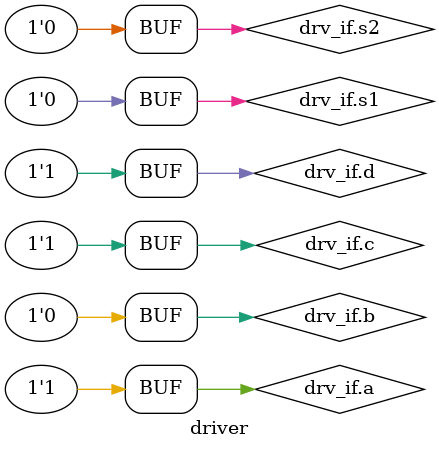
<source format=sv>
module driver (mul_4_1_if.master drv_if);

task run();
#10; drv_if.a= 1; drv_if.b= 0; drv_if.c= 0; drv_if.d= 1; drv_if.s1= 1; drv_if.s2= 1; 
#10; drv_if.a= 0; drv_if.b= 0; drv_if.c= 1; drv_if.d= 1; drv_if.s1= 0; drv_if.s2= 1;
#10; drv_if.a= 1; drv_if.b= 1; drv_if.c= 0; drv_if.d= 1; drv_if.s1= 1; drv_if.s2= 0;
#10; drv_if.a= 1; drv_if.b= 0; drv_if.c= 1; drv_if.d= 1; drv_if.s1= 0; drv_if.s2= 0;
endtask

initial run;

endmodule

</source>
